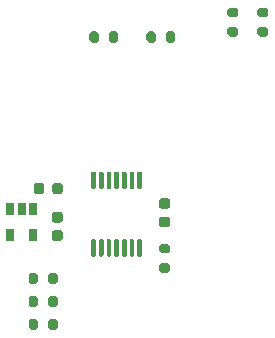
<source format=gbr>
%TF.GenerationSoftware,KiCad,Pcbnew,(5.1.9)-1*%
%TF.CreationDate,2021-03-23T20:34:14-07:00*%
%TF.ProjectId,Keyboard Proto,4b657962-6f61-4726-9420-50726f746f2e,rev?*%
%TF.SameCoordinates,Original*%
%TF.FileFunction,Paste,Top*%
%TF.FilePolarity,Positive*%
%FSLAX46Y46*%
G04 Gerber Fmt 4.6, Leading zero omitted, Abs format (unit mm)*
G04 Created by KiCad (PCBNEW (5.1.9)-1) date 2021-03-23 20:34:14*
%MOMM*%
%LPD*%
G01*
G04 APERTURE LIST*
%ADD10R,0.650000X1.060000*%
G04 APERTURE END LIST*
%TO.C,R6*%
G36*
G01*
X106444500Y-123454750D02*
X106444500Y-124004750D01*
G75*
G02*
X106244500Y-124204750I-200000J0D01*
G01*
X105844500Y-124204750D01*
G75*
G02*
X105644500Y-124004750I0J200000D01*
G01*
X105644500Y-123454750D01*
G75*
G02*
X105844500Y-123254750I200000J0D01*
G01*
X106244500Y-123254750D01*
G75*
G02*
X106444500Y-123454750I0J-200000D01*
G01*
G37*
G36*
G01*
X104794500Y-123454750D02*
X104794500Y-124004750D01*
G75*
G02*
X104594500Y-124204750I-200000J0D01*
G01*
X104194500Y-124204750D01*
G75*
G02*
X103994500Y-124004750I0J200000D01*
G01*
X103994500Y-123454750D01*
G75*
G02*
X104194500Y-123254750I200000J0D01*
G01*
X104594500Y-123254750D01*
G75*
G02*
X104794500Y-123454750I0J-200000D01*
G01*
G37*
%TD*%
%TO.C,R7*%
G36*
G01*
X121010000Y-98851000D02*
X121560000Y-98851000D01*
G75*
G02*
X121760000Y-99051000I0J-200000D01*
G01*
X121760000Y-99451000D01*
G75*
G02*
X121560000Y-99651000I-200000J0D01*
G01*
X121010000Y-99651000D01*
G75*
G02*
X120810000Y-99451000I0J200000D01*
G01*
X120810000Y-99051000D01*
G75*
G02*
X121010000Y-98851000I200000J0D01*
G01*
G37*
G36*
G01*
X121010000Y-100501000D02*
X121560000Y-100501000D01*
G75*
G02*
X121760000Y-100701000I0J-200000D01*
G01*
X121760000Y-101101000D01*
G75*
G02*
X121560000Y-101301000I-200000J0D01*
G01*
X121010000Y-101301000D01*
G75*
G02*
X120810000Y-101101000I0J200000D01*
G01*
X120810000Y-100701000D01*
G75*
G02*
X121010000Y-100501000I200000J0D01*
G01*
G37*
%TD*%
%TO.C,R8*%
G36*
G01*
X123550000Y-100501000D02*
X124100000Y-100501000D01*
G75*
G02*
X124300000Y-100701000I0J-200000D01*
G01*
X124300000Y-101101000D01*
G75*
G02*
X124100000Y-101301000I-200000J0D01*
G01*
X123550000Y-101301000D01*
G75*
G02*
X123350000Y-101101000I0J200000D01*
G01*
X123350000Y-100701000D01*
G75*
G02*
X123550000Y-100501000I200000J0D01*
G01*
G37*
G36*
G01*
X123550000Y-98851000D02*
X124100000Y-98851000D01*
G75*
G02*
X124300000Y-99051000I0J-200000D01*
G01*
X124300000Y-99451000D01*
G75*
G02*
X124100000Y-99651000I-200000J0D01*
G01*
X123550000Y-99651000D01*
G75*
G02*
X123350000Y-99451000I0J200000D01*
G01*
X123350000Y-99051000D01*
G75*
G02*
X123550000Y-98851000I200000J0D01*
G01*
G37*
%TD*%
%TO.C,C1*%
G36*
G01*
X104439000Y-114423000D02*
X104439000Y-113923000D01*
G75*
G02*
X104664000Y-113698000I225000J0D01*
G01*
X105114000Y-113698000D01*
G75*
G02*
X105339000Y-113923000I0J-225000D01*
G01*
X105339000Y-114423000D01*
G75*
G02*
X105114000Y-114648000I-225000J0D01*
G01*
X104664000Y-114648000D01*
G75*
G02*
X104439000Y-114423000I0J225000D01*
G01*
G37*
G36*
G01*
X105989000Y-114423000D02*
X105989000Y-113923000D01*
G75*
G02*
X106214000Y-113698000I225000J0D01*
G01*
X106664000Y-113698000D01*
G75*
G02*
X106889000Y-113923000I0J-225000D01*
G01*
X106889000Y-114423000D01*
G75*
G02*
X106664000Y-114648000I-225000J0D01*
G01*
X106214000Y-114648000D01*
G75*
G02*
X105989000Y-114423000I0J225000D01*
G01*
G37*
%TD*%
%TO.C,C2*%
G36*
G01*
X106663300Y-117048400D02*
X106163300Y-117048400D01*
G75*
G02*
X105938300Y-116823400I0J225000D01*
G01*
X105938300Y-116373400D01*
G75*
G02*
X106163300Y-116148400I225000J0D01*
G01*
X106663300Y-116148400D01*
G75*
G02*
X106888300Y-116373400I0J-225000D01*
G01*
X106888300Y-116823400D01*
G75*
G02*
X106663300Y-117048400I-225000J0D01*
G01*
G37*
G36*
G01*
X106663300Y-118598400D02*
X106163300Y-118598400D01*
G75*
G02*
X105938300Y-118373400I0J225000D01*
G01*
X105938300Y-117923400D01*
G75*
G02*
X106163300Y-117698400I225000J0D01*
G01*
X106663300Y-117698400D01*
G75*
G02*
X106888300Y-117923400I0J-225000D01*
G01*
X106888300Y-118373400D01*
G75*
G02*
X106663300Y-118598400I-225000J0D01*
G01*
G37*
%TD*%
%TO.C,R1*%
G36*
G01*
X104794500Y-125391500D02*
X104794500Y-125941500D01*
G75*
G02*
X104594500Y-126141500I-200000J0D01*
G01*
X104194500Y-126141500D01*
G75*
G02*
X103994500Y-125941500I0J200000D01*
G01*
X103994500Y-125391500D01*
G75*
G02*
X104194500Y-125191500I200000J0D01*
G01*
X104594500Y-125191500D01*
G75*
G02*
X104794500Y-125391500I0J-200000D01*
G01*
G37*
G36*
G01*
X106444500Y-125391500D02*
X106444500Y-125941500D01*
G75*
G02*
X106244500Y-126141500I-200000J0D01*
G01*
X105844500Y-126141500D01*
G75*
G02*
X105644500Y-125941500I0J200000D01*
G01*
X105644500Y-125391500D01*
G75*
G02*
X105844500Y-125191500I200000J0D01*
G01*
X106244500Y-125191500D01*
G75*
G02*
X106444500Y-125391500I0J-200000D01*
G01*
G37*
%TD*%
%TO.C,R2*%
G36*
G01*
X109138000Y-101621000D02*
X109138000Y-101071000D01*
G75*
G02*
X109338000Y-100871000I200000J0D01*
G01*
X109738000Y-100871000D01*
G75*
G02*
X109938000Y-101071000I0J-200000D01*
G01*
X109938000Y-101621000D01*
G75*
G02*
X109738000Y-101821000I-200000J0D01*
G01*
X109338000Y-101821000D01*
G75*
G02*
X109138000Y-101621000I0J200000D01*
G01*
G37*
G36*
G01*
X110788000Y-101621000D02*
X110788000Y-101071000D01*
G75*
G02*
X110988000Y-100871000I200000J0D01*
G01*
X111388000Y-100871000D01*
G75*
G02*
X111588000Y-101071000I0J-200000D01*
G01*
X111588000Y-101621000D01*
G75*
G02*
X111388000Y-101821000I-200000J0D01*
G01*
X110988000Y-101821000D01*
G75*
G02*
X110788000Y-101621000I0J200000D01*
G01*
G37*
%TD*%
%TO.C,R3*%
G36*
G01*
X115781500Y-121303500D02*
X115231500Y-121303500D01*
G75*
G02*
X115031500Y-121103500I0J200000D01*
G01*
X115031500Y-120703500D01*
G75*
G02*
X115231500Y-120503500I200000J0D01*
G01*
X115781500Y-120503500D01*
G75*
G02*
X115981500Y-120703500I0J-200000D01*
G01*
X115981500Y-121103500D01*
G75*
G02*
X115781500Y-121303500I-200000J0D01*
G01*
G37*
G36*
G01*
X115781500Y-119653500D02*
X115231500Y-119653500D01*
G75*
G02*
X115031500Y-119453500I0J200000D01*
G01*
X115031500Y-119053500D01*
G75*
G02*
X115231500Y-118853500I200000J0D01*
G01*
X115781500Y-118853500D01*
G75*
G02*
X115981500Y-119053500I0J-200000D01*
G01*
X115981500Y-119453500D01*
G75*
G02*
X115781500Y-119653500I-200000J0D01*
G01*
G37*
%TD*%
%TO.C,R4*%
G36*
G01*
X114764000Y-101071000D02*
X114764000Y-101621000D01*
G75*
G02*
X114564000Y-101821000I-200000J0D01*
G01*
X114164000Y-101821000D01*
G75*
G02*
X113964000Y-101621000I0J200000D01*
G01*
X113964000Y-101071000D01*
G75*
G02*
X114164000Y-100871000I200000J0D01*
G01*
X114564000Y-100871000D01*
G75*
G02*
X114764000Y-101071000I0J-200000D01*
G01*
G37*
G36*
G01*
X116414000Y-101071000D02*
X116414000Y-101621000D01*
G75*
G02*
X116214000Y-101821000I-200000J0D01*
G01*
X115814000Y-101821000D01*
G75*
G02*
X115614000Y-101621000I0J200000D01*
G01*
X115614000Y-101071000D01*
G75*
G02*
X115814000Y-100871000I200000J0D01*
G01*
X116214000Y-100871000D01*
G75*
G02*
X116414000Y-101071000I0J-200000D01*
G01*
G37*
%TD*%
%TO.C,R5*%
G36*
G01*
X104794500Y-121518000D02*
X104794500Y-122068000D01*
G75*
G02*
X104594500Y-122268000I-200000J0D01*
G01*
X104194500Y-122268000D01*
G75*
G02*
X103994500Y-122068000I0J200000D01*
G01*
X103994500Y-121518000D01*
G75*
G02*
X104194500Y-121318000I200000J0D01*
G01*
X104594500Y-121318000D01*
G75*
G02*
X104794500Y-121518000I0J-200000D01*
G01*
G37*
G36*
G01*
X106444500Y-121518000D02*
X106444500Y-122068000D01*
G75*
G02*
X106244500Y-122268000I-200000J0D01*
G01*
X105844500Y-122268000D01*
G75*
G02*
X105644500Y-122068000I0J200000D01*
G01*
X105644500Y-121518000D01*
G75*
G02*
X105844500Y-121318000I200000J0D01*
G01*
X106244500Y-121318000D01*
G75*
G02*
X106444500Y-121518000I0J-200000D01*
G01*
G37*
%TD*%
%TO.C,U2*%
G36*
G01*
X109592500Y-119932000D02*
X109392500Y-119932000D01*
G75*
G02*
X109292500Y-119832000I0J100000D01*
G01*
X109292500Y-118557000D01*
G75*
G02*
X109392500Y-118457000I100000J0D01*
G01*
X109592500Y-118457000D01*
G75*
G02*
X109692500Y-118557000I0J-100000D01*
G01*
X109692500Y-119832000D01*
G75*
G02*
X109592500Y-119932000I-100000J0D01*
G01*
G37*
G36*
G01*
X110242500Y-119932000D02*
X110042500Y-119932000D01*
G75*
G02*
X109942500Y-119832000I0J100000D01*
G01*
X109942500Y-118557000D01*
G75*
G02*
X110042500Y-118457000I100000J0D01*
G01*
X110242500Y-118457000D01*
G75*
G02*
X110342500Y-118557000I0J-100000D01*
G01*
X110342500Y-119832000D01*
G75*
G02*
X110242500Y-119932000I-100000J0D01*
G01*
G37*
G36*
G01*
X110892500Y-119932000D02*
X110692500Y-119932000D01*
G75*
G02*
X110592500Y-119832000I0J100000D01*
G01*
X110592500Y-118557000D01*
G75*
G02*
X110692500Y-118457000I100000J0D01*
G01*
X110892500Y-118457000D01*
G75*
G02*
X110992500Y-118557000I0J-100000D01*
G01*
X110992500Y-119832000D01*
G75*
G02*
X110892500Y-119932000I-100000J0D01*
G01*
G37*
G36*
G01*
X111542500Y-119932000D02*
X111342500Y-119932000D01*
G75*
G02*
X111242500Y-119832000I0J100000D01*
G01*
X111242500Y-118557000D01*
G75*
G02*
X111342500Y-118457000I100000J0D01*
G01*
X111542500Y-118457000D01*
G75*
G02*
X111642500Y-118557000I0J-100000D01*
G01*
X111642500Y-119832000D01*
G75*
G02*
X111542500Y-119932000I-100000J0D01*
G01*
G37*
G36*
G01*
X112192500Y-119932000D02*
X111992500Y-119932000D01*
G75*
G02*
X111892500Y-119832000I0J100000D01*
G01*
X111892500Y-118557000D01*
G75*
G02*
X111992500Y-118457000I100000J0D01*
G01*
X112192500Y-118457000D01*
G75*
G02*
X112292500Y-118557000I0J-100000D01*
G01*
X112292500Y-119832000D01*
G75*
G02*
X112192500Y-119932000I-100000J0D01*
G01*
G37*
G36*
G01*
X112842500Y-119932000D02*
X112642500Y-119932000D01*
G75*
G02*
X112542500Y-119832000I0J100000D01*
G01*
X112542500Y-118557000D01*
G75*
G02*
X112642500Y-118457000I100000J0D01*
G01*
X112842500Y-118457000D01*
G75*
G02*
X112942500Y-118557000I0J-100000D01*
G01*
X112942500Y-119832000D01*
G75*
G02*
X112842500Y-119932000I-100000J0D01*
G01*
G37*
G36*
G01*
X113492500Y-119932000D02*
X113292500Y-119932000D01*
G75*
G02*
X113192500Y-119832000I0J100000D01*
G01*
X113192500Y-118557000D01*
G75*
G02*
X113292500Y-118457000I100000J0D01*
G01*
X113492500Y-118457000D01*
G75*
G02*
X113592500Y-118557000I0J-100000D01*
G01*
X113592500Y-119832000D01*
G75*
G02*
X113492500Y-119932000I-100000J0D01*
G01*
G37*
G36*
G01*
X113492500Y-114207000D02*
X113292500Y-114207000D01*
G75*
G02*
X113192500Y-114107000I0J100000D01*
G01*
X113192500Y-112832000D01*
G75*
G02*
X113292500Y-112732000I100000J0D01*
G01*
X113492500Y-112732000D01*
G75*
G02*
X113592500Y-112832000I0J-100000D01*
G01*
X113592500Y-114107000D01*
G75*
G02*
X113492500Y-114207000I-100000J0D01*
G01*
G37*
G36*
G01*
X112842500Y-114207000D02*
X112642500Y-114207000D01*
G75*
G02*
X112542500Y-114107000I0J100000D01*
G01*
X112542500Y-112832000D01*
G75*
G02*
X112642500Y-112732000I100000J0D01*
G01*
X112842500Y-112732000D01*
G75*
G02*
X112942500Y-112832000I0J-100000D01*
G01*
X112942500Y-114107000D01*
G75*
G02*
X112842500Y-114207000I-100000J0D01*
G01*
G37*
G36*
G01*
X112192500Y-114207000D02*
X111992500Y-114207000D01*
G75*
G02*
X111892500Y-114107000I0J100000D01*
G01*
X111892500Y-112832000D01*
G75*
G02*
X111992500Y-112732000I100000J0D01*
G01*
X112192500Y-112732000D01*
G75*
G02*
X112292500Y-112832000I0J-100000D01*
G01*
X112292500Y-114107000D01*
G75*
G02*
X112192500Y-114207000I-100000J0D01*
G01*
G37*
G36*
G01*
X111542500Y-114207000D02*
X111342500Y-114207000D01*
G75*
G02*
X111242500Y-114107000I0J100000D01*
G01*
X111242500Y-112832000D01*
G75*
G02*
X111342500Y-112732000I100000J0D01*
G01*
X111542500Y-112732000D01*
G75*
G02*
X111642500Y-112832000I0J-100000D01*
G01*
X111642500Y-114107000D01*
G75*
G02*
X111542500Y-114207000I-100000J0D01*
G01*
G37*
G36*
G01*
X110892500Y-114207000D02*
X110692500Y-114207000D01*
G75*
G02*
X110592500Y-114107000I0J100000D01*
G01*
X110592500Y-112832000D01*
G75*
G02*
X110692500Y-112732000I100000J0D01*
G01*
X110892500Y-112732000D01*
G75*
G02*
X110992500Y-112832000I0J-100000D01*
G01*
X110992500Y-114107000D01*
G75*
G02*
X110892500Y-114207000I-100000J0D01*
G01*
G37*
G36*
G01*
X110242500Y-114207000D02*
X110042500Y-114207000D01*
G75*
G02*
X109942500Y-114107000I0J100000D01*
G01*
X109942500Y-112832000D01*
G75*
G02*
X110042500Y-112732000I100000J0D01*
G01*
X110242500Y-112732000D01*
G75*
G02*
X110342500Y-112832000I0J-100000D01*
G01*
X110342500Y-114107000D01*
G75*
G02*
X110242500Y-114207000I-100000J0D01*
G01*
G37*
G36*
G01*
X109592500Y-114207000D02*
X109392500Y-114207000D01*
G75*
G02*
X109292500Y-114107000I0J100000D01*
G01*
X109292500Y-112832000D01*
G75*
G02*
X109392500Y-112732000I100000J0D01*
G01*
X109592500Y-112732000D01*
G75*
G02*
X109692500Y-112832000I0J-100000D01*
G01*
X109692500Y-114107000D01*
G75*
G02*
X109592500Y-114207000I-100000J0D01*
G01*
G37*
%TD*%
D10*
%TO.C,U3*%
X104353400Y-115943200D03*
X103403400Y-115943200D03*
X102453400Y-115943200D03*
X102453400Y-118143200D03*
X104353400Y-118143200D03*
%TD*%
%TO.C,C3*%
G36*
G01*
X115256500Y-114993000D02*
X115756500Y-114993000D01*
G75*
G02*
X115981500Y-115218000I0J-225000D01*
G01*
X115981500Y-115668000D01*
G75*
G02*
X115756500Y-115893000I-225000J0D01*
G01*
X115256500Y-115893000D01*
G75*
G02*
X115031500Y-115668000I0J225000D01*
G01*
X115031500Y-115218000D01*
G75*
G02*
X115256500Y-114993000I225000J0D01*
G01*
G37*
G36*
G01*
X115256500Y-116543000D02*
X115756500Y-116543000D01*
G75*
G02*
X115981500Y-116768000I0J-225000D01*
G01*
X115981500Y-117218000D01*
G75*
G02*
X115756500Y-117443000I-225000J0D01*
G01*
X115256500Y-117443000D01*
G75*
G02*
X115031500Y-117218000I0J225000D01*
G01*
X115031500Y-116768000D01*
G75*
G02*
X115256500Y-116543000I225000J0D01*
G01*
G37*
%TD*%
M02*

</source>
